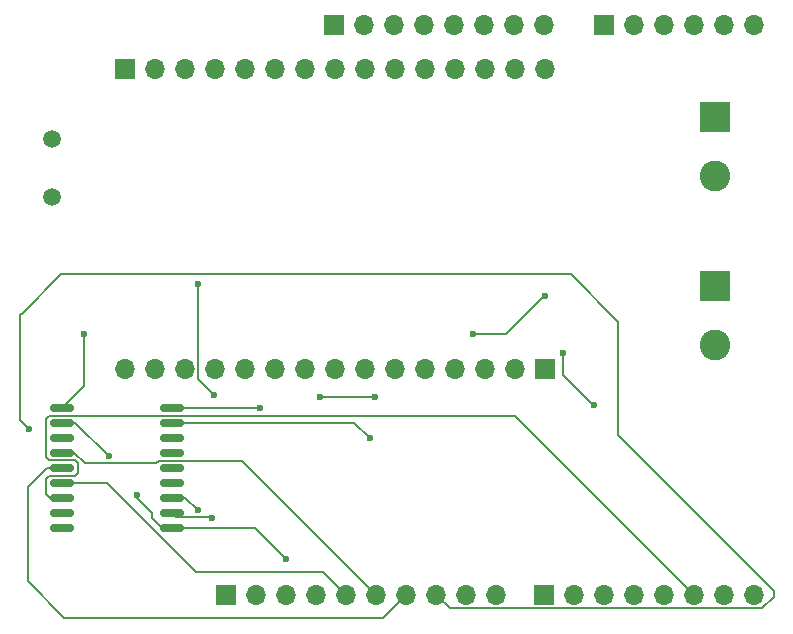
<source format=gbr>
%TF.GenerationSoftware,KiCad,Pcbnew,8.0.2-1*%
%TF.CreationDate,2024-05-16T23:29:46-04:00*%
%TF.ProjectId,ORA_Arduino_ESP_CAN_Shield_Rev_1.1,4f52415f-4172-4647-9569-6e6f5f455350,rev?*%
%TF.SameCoordinates,Original*%
%TF.FileFunction,Copper,L2,Bot*%
%TF.FilePolarity,Positive*%
%FSLAX46Y46*%
G04 Gerber Fmt 4.6, Leading zero omitted, Abs format (unit mm)*
G04 Created by KiCad (PCBNEW 8.0.2-1) date 2024-05-16 23:29:46*
%MOMM*%
%LPD*%
G01*
G04 APERTURE LIST*
G04 Aperture macros list*
%AMRoundRect*
0 Rectangle with rounded corners*
0 $1 Rounding radius*
0 $2 $3 $4 $5 $6 $7 $8 $9 X,Y pos of 4 corners*
0 Add a 4 corners polygon primitive as box body*
4,1,4,$2,$3,$4,$5,$6,$7,$8,$9,$2,$3,0*
0 Add four circle primitives for the rounded corners*
1,1,$1+$1,$2,$3*
1,1,$1+$1,$4,$5*
1,1,$1+$1,$6,$7*
1,1,$1+$1,$8,$9*
0 Add four rect primitives between the rounded corners*
20,1,$1+$1,$2,$3,$4,$5,0*
20,1,$1+$1,$4,$5,$6,$7,0*
20,1,$1+$1,$6,$7,$8,$9,0*
20,1,$1+$1,$8,$9,$2,$3,0*%
G04 Aperture macros list end*
%TA.AperFunction,ComponentPad*%
%ADD10R,1.700000X1.700000*%
%TD*%
%TA.AperFunction,ComponentPad*%
%ADD11O,1.700000X1.700000*%
%TD*%
%TA.AperFunction,SMDPad,CuDef*%
%ADD12RoundRect,0.150000X0.875000X0.150000X-0.875000X0.150000X-0.875000X-0.150000X0.875000X-0.150000X0*%
%TD*%
%TA.AperFunction,ComponentPad*%
%ADD13R,2.600000X2.600000*%
%TD*%
%TA.AperFunction,ComponentPad*%
%ADD14C,2.600000*%
%TD*%
%TA.AperFunction,ComponentPad*%
%ADD15C,1.500000*%
%TD*%
%TA.AperFunction,ViaPad*%
%ADD16C,0.600000*%
%TD*%
%TA.AperFunction,Conductor*%
%ADD17C,0.200000*%
%TD*%
G04 APERTURE END LIST*
D10*
%TO.P,Digital_1,1,Pin_1*%
%TO.N,SCL*%
X42560000Y-73580000D03*
D11*
%TO.P,Digital_1,2,Pin_2*%
%TO.N,SDA*%
X45100000Y-73580000D03*
%TO.P,Digital_1,3,Pin_3*%
%TO.N,unconnected-(Digital_1-Pin_3-Pad3)*%
X47640000Y-73580000D03*
%TO.P,Digital_1,4,Pin_4*%
%TO.N,GND*%
X50180000Y-73580000D03*
%TO.P,Digital_1,5,Pin_5*%
%TO.N,SCK*%
X52720000Y-73580000D03*
%TO.P,Digital_1,6,Pin_6*%
%TO.N,SO*%
X55260000Y-73580000D03*
%TO.P,Digital_1,7,Pin_7*%
%TO.N,SI*%
X57800000Y-73580000D03*
%TO.P,Digital_1,8,Pin_8*%
%TO.N,CS*%
X60340000Y-73580000D03*
%TO.P,Digital_1,9,Pin_9*%
%TO.N,unconnected-(Digital_1-Pin_9-Pad9)*%
X62880000Y-73580000D03*
%TO.P,Digital_1,10,Pin_10*%
%TO.N,unconnected-(Digital_1-Pin_10-Pad10)*%
X65420000Y-73580000D03*
%TD*%
D10*
%TO.P,Power_1,1,Pin_1*%
%TO.N,unconnected-(Power_1-Pin_1-Pad1)*%
X51715000Y-25320000D03*
D11*
%TO.P,Power_1,2,Pin_2*%
%TO.N,unconnected-(Power_1-Pin_2-Pad2)*%
X54255000Y-25320000D03*
%TO.P,Power_1,3,Pin_3*%
%TO.N,unconnected-(Power_1-Pin_3-Pad3)*%
X56795000Y-25320000D03*
%TO.P,Power_1,4,Pin_4*%
%TO.N,unconnected-(Power_1-Pin_4-Pad4)*%
X59335000Y-25320000D03*
%TO.P,Power_1,5,Pin_5*%
%TO.N,+5V*%
X61875000Y-25320000D03*
%TO.P,Power_1,6,Pin_6*%
%TO.N,GND*%
X64415000Y-25320000D03*
%TO.P,Power_1,7,Pin_7*%
X66955000Y-25320000D03*
%TO.P,Power_1,8,Pin_8*%
%TO.N,unconnected-(Power_1-Pin_8-Pad8)*%
X69495000Y-25320000D03*
%TD*%
D10*
%TO.P,Analog_1,1,Pin_1*%
%TO.N,unconnected-(Analog_1-Pin_1-Pad1)*%
X74570000Y-25310000D03*
D11*
%TO.P,Analog_1,2,Pin_2*%
%TO.N,unconnected-(Analog_1-Pin_2-Pad2)*%
X77110000Y-25310000D03*
%TO.P,Analog_1,3,Pin_3*%
%TO.N,unconnected-(Analog_1-Pin_3-Pad3)*%
X79650000Y-25310000D03*
%TO.P,Analog_1,4,Pin_4*%
%TO.N,unconnected-(Analog_1-Pin_4-Pad4)*%
X82190000Y-25310000D03*
%TO.P,Analog_1,5,Pin_5*%
%TO.N,unconnected-(Analog_1-Pin_5-Pad5)*%
X84730000Y-25310000D03*
%TO.P,Analog_1,6,Pin_6*%
%TO.N,unconnected-(Analog_1-Pin_6-Pad6)*%
X87270000Y-25310000D03*
%TD*%
D10*
%TO.P,Digital_2,1,Pin_1*%
%TO.N,unconnected-(Digital_2-Pin_1-Pad1)*%
X69490000Y-73580000D03*
D11*
%TO.P,Digital_2,2,Pin_2*%
%TO.N,unconnected-(Digital_2-Pin_2-Pad2)*%
X72030000Y-73580000D03*
%TO.P,Digital_2,3,Pin_3*%
%TO.N,unconnected-(Digital_2-Pin_3-Pad3)*%
X74570000Y-73580000D03*
%TO.P,Digital_2,4,Pin_4*%
%TO.N,unconnected-(Digital_2-Pin_4-Pad4)*%
X77110000Y-73580000D03*
%TO.P,Digital_2,5,Pin_5*%
%TO.N,unconnected-(Digital_2-Pin_5-Pad5)*%
X79650000Y-73580000D03*
%TO.P,Digital_2,6,Pin_6*%
%TO.N,INT*%
X82190000Y-73580000D03*
%TO.P,Digital_2,7,Pin_7*%
%TO.N,unconnected-(Digital_2-Pin_7-Pad7)*%
X84730000Y-73580000D03*
%TO.P,Digital_2,8,Pin_8*%
%TO.N,unconnected-(Digital_2-Pin_8-Pad8)*%
X87270000Y-73580000D03*
%TD*%
D12*
%TO.P,U2,1,TXCAN*%
%TO.N,Net-(U2-TXCAN)*%
X37975000Y-57730000D03*
%TO.P,U2,2,RXCAN*%
%TO.N,Net-(U2-RXCAN)*%
X37975000Y-59000000D03*
%TO.P,U2,3,CLKOUT/SOF*%
%TO.N,unconnected-(U2-CLKOUT{slash}SOF-Pad3)*%
X37975000Y-60270000D03*
%TO.P,U2,4,~{TX0RTS}*%
%TO.N,unconnected-(U2-~{TX0RTS}-Pad4)*%
X37975000Y-61540000D03*
%TO.P,U2,5,~{TX1RTS}*%
%TO.N,unconnected-(U2-~{TX1RTS}-Pad5)*%
X37975000Y-62810000D03*
%TO.P,U2,6,~{TX2RTS}*%
%TO.N,unconnected-(U2-~{TX2RTS}-Pad6)*%
X37975000Y-64080000D03*
%TO.P,U2,7,OSC2*%
%TO.N,Net-(U2-OSC2)*%
X37975000Y-65350000D03*
%TO.P,U2,8,OSC1*%
%TO.N,Net-(U2-OSC1)*%
X37975000Y-66620000D03*
%TO.P,U2,9,VSS*%
%TO.N,GND*%
X37975000Y-67890000D03*
%TO.P,U2,10,~{RX1BF}*%
%TO.N,unconnected-(U2-~{RX1BF}-Pad10)*%
X28675000Y-67890000D03*
%TO.P,U2,11,~{RX0BF}*%
%TO.N,unconnected-(U2-~{RX0BF}-Pad11)*%
X28675000Y-66620000D03*
%TO.P,U2,12,~{INT}*%
%TO.N,INT*%
X28675000Y-65350000D03*
%TO.P,U2,13,SCK*%
%TO.N,SCK*%
X28675000Y-64080000D03*
%TO.P,U2,14,SI*%
%TO.N,SI*%
X28675000Y-62810000D03*
%TO.P,U2,15,SO*%
%TO.N,SO*%
X28675000Y-61540000D03*
%TO.P,U2,16,~{CS}*%
%TO.N,CS*%
X28675000Y-60270000D03*
%TO.P,U2,17,~{RESET}*%
%TO.N,Net-(U2-~{RESET})*%
X28675000Y-59000000D03*
%TO.P,U2,18,VDD*%
%TO.N,+5V*%
X28675000Y-57730000D03*
%TD*%
D10*
%TO.P,EN_1,1,Pin_1*%
%TO.N,+5V*%
X69530000Y-54460000D03*
D11*
%TO.P,EN_1,2,Pin_2*%
%TO.N,GND*%
X66990000Y-54460000D03*
%TO.P,EN_1,3,Pin_3*%
%TO.N,unconnected-(EN_1-Pin_3-Pad3)*%
X64450000Y-54460000D03*
%TO.P,EN_1,4,Pin_4*%
%TO.N,unconnected-(EN_1-Pin_4-Pad4)*%
X61910000Y-54460000D03*
%TO.P,EN_1,5,Pin_5*%
%TO.N,unconnected-(EN_1-Pin_5-Pad5)*%
X59370000Y-54460000D03*
%TO.P,EN_1,6,Pin_6*%
%TO.N,unconnected-(EN_1-Pin_6-Pad6)*%
X56830000Y-54460000D03*
%TO.P,EN_1,7,Pin_7*%
%TO.N,unconnected-(EN_1-Pin_7-Pad7)*%
X54290000Y-54460000D03*
%TO.P,EN_1,8,Pin_8*%
%TO.N,unconnected-(EN_1-Pin_8-Pad8)*%
X51750000Y-54460000D03*
%TO.P,EN_1,9,Pin_9*%
%TO.N,unconnected-(EN_1-Pin_9-Pad9)*%
X49210000Y-54460000D03*
%TO.P,EN_1,10,Pin_10*%
%TO.N,unconnected-(EN_1-Pin_10-Pad10)*%
X46670000Y-54460000D03*
%TO.P,EN_1,11,Pin_11*%
%TO.N,unconnected-(EN_1-Pin_11-Pad11)*%
X44130000Y-54460000D03*
%TO.P,EN_1,12,Pin_12*%
%TO.N,unconnected-(EN_1-Pin_12-Pad12)*%
X41590000Y-54460000D03*
%TO.P,EN_1,13,Pin_13*%
%TO.N,unconnected-(EN_1-Pin_13-Pad13)*%
X39050000Y-54460000D03*
%TO.P,EN_1,14,Pin_14*%
%TO.N,unconnected-(EN_1-Pin_14-Pad14)*%
X36510000Y-54460000D03*
%TO.P,EN_1,15,Pin_15*%
%TO.N,unconnected-(EN_1-Pin_15-Pad15)*%
X33970000Y-54460000D03*
%TD*%
D13*
%TO.P,J1,1,Pin_1*%
%TO.N,CAN_L*%
X83990000Y-47420000D03*
D14*
%TO.P,J1,2,Pin_2*%
%TO.N,CAN_H*%
X83990000Y-52420000D03*
%TD*%
D13*
%TO.P,J2,1,Pin_1*%
%TO.N,CAN_L*%
X83940000Y-33110000D03*
D14*
%TO.P,J2,2,Pin_2*%
%TO.N,CAN_H*%
X83940000Y-38110000D03*
%TD*%
D10*
%TO.P,BOOT_1,1,Pin_1*%
%TO.N,unconnected-(BOOT_1-Pin_1-Pad1)*%
X33970000Y-29060000D03*
D11*
%TO.P,BOOT_1,2,Pin_2*%
%TO.N,SCL*%
X36510000Y-29060000D03*
%TO.P,BOOT_1,3,Pin_3*%
%TO.N,unconnected-(BOOT_1-Pin_3-Pad3)*%
X39050000Y-29060000D03*
%TO.P,BOOT_1,4,Pin_4*%
%TO.N,unconnected-(BOOT_1-Pin_4-Pad4)*%
X41590000Y-29060000D03*
%TO.P,BOOT_1,5,Pin_5*%
%TO.N,SDA*%
X44130000Y-29060000D03*
%TO.P,BOOT_1,6,Pin_6*%
%TO.N,unconnected-(BOOT_1-Pin_6-Pad6)*%
X46670000Y-29060000D03*
%TO.P,BOOT_1,7,Pin_7*%
%TO.N,unconnected-(BOOT_1-Pin_7-Pad7)*%
X49210000Y-29060000D03*
%TO.P,BOOT_1,8,Pin_8*%
%TO.N,unconnected-(BOOT_1-Pin_8-Pad8)*%
X51750000Y-29060000D03*
%TO.P,BOOT_1,9,Pin_9*%
%TO.N,unconnected-(BOOT_1-Pin_9-Pad9)*%
X54290000Y-29060000D03*
%TO.P,BOOT_1,10,Pin_10*%
%TO.N,unconnected-(BOOT_1-Pin_10-Pad10)*%
X56830000Y-29060000D03*
%TO.P,BOOT_1,11,Pin_11*%
%TO.N,unconnected-(BOOT_1-Pin_11-Pad11)*%
X59370000Y-29060000D03*
%TO.P,BOOT_1,12,Pin_12*%
%TO.N,unconnected-(BOOT_1-Pin_12-Pad12)*%
X61910000Y-29060000D03*
%TO.P,BOOT_1,13,Pin_13*%
%TO.N,unconnected-(BOOT_1-Pin_13-Pad13)*%
X64450000Y-29060000D03*
%TO.P,BOOT_1,14,Pin_14*%
%TO.N,unconnected-(BOOT_1-Pin_14-Pad14)*%
X66990000Y-29060000D03*
%TO.P,BOOT_1,15,Pin_15*%
%TO.N,unconnected-(BOOT_1-Pin_15-Pad15)*%
X69530000Y-29060000D03*
%TD*%
D15*
%TO.P,Y1,1,1*%
%TO.N,Net-(U2-OSC1)*%
X27865000Y-39870000D03*
%TO.P,Y1,2,2*%
%TO.N,Net-(U2-OSC2)*%
X27865000Y-34990000D03*
%TD*%
D16*
%TO.N,Net-(U2-OSC2)*%
X40165000Y-66410000D03*
%TO.N,Net-(U2-OSC1)*%
X40225000Y-47240000D03*
X41365000Y-67040000D03*
X41585000Y-56650000D03*
%TO.N,+5V*%
X30560000Y-51480000D03*
%TO.N,GND*%
X69540000Y-48270000D03*
X55135000Y-56860000D03*
X50505000Y-56840000D03*
X47665000Y-70530000D03*
X63440000Y-51480000D03*
X35035000Y-65090000D03*
%TO.N,CS*%
X28675000Y-60290000D03*
X25855000Y-59530000D03*
%TO.N,CAN_L*%
X73705000Y-57520000D03*
X71115000Y-53110000D03*
%TO.N,Net-(U2-~{RESET})*%
X32625000Y-61820000D03*
%TO.N,Net-(U2-RXCAN)*%
X54775000Y-60330000D03*
%TO.N,Net-(U2-TXCAN)*%
X45415000Y-57780000D03*
%TD*%
D17*
%TO.N,Net-(U2-OSC2)*%
X37975000Y-65350000D02*
X39105000Y-65350000D01*
X39105000Y-65350000D02*
X40165000Y-66410000D01*
%TO.N,Net-(U2-OSC1)*%
X40225000Y-47240000D02*
X40245000Y-47240000D01*
X40245000Y-47240000D02*
X40185000Y-47300000D01*
X41315000Y-67040000D02*
X41365000Y-67040000D01*
X41365000Y-67040000D02*
X41365000Y-67090000D01*
X40225000Y-55290000D02*
X41585000Y-56650000D01*
X40225000Y-47240000D02*
X40225000Y-55290000D01*
X41365000Y-67090000D02*
X41305000Y-67030000D01*
X38365000Y-67010000D02*
X41285000Y-67010000D01*
X41285000Y-67010000D02*
X41315000Y-67040000D01*
X37975000Y-66620000D02*
X38365000Y-67010000D01*
%TO.N,+5V*%
X28675000Y-57730000D02*
X30540000Y-55865000D01*
X30560000Y-51480000D02*
X30540000Y-51550000D01*
X30540000Y-55865000D02*
X30560000Y-51480000D01*
%TO.N,SO*%
X43910000Y-62210000D02*
X55280000Y-73580000D01*
X30616238Y-62450000D02*
X36669448Y-62450000D01*
X36669448Y-62450000D02*
X36909448Y-62210000D01*
X36909448Y-62210000D02*
X43910000Y-62210000D01*
X29706238Y-61540000D02*
X30616238Y-62450000D01*
X28675000Y-61540000D02*
X29706238Y-61540000D01*
%TO.N,GND*%
X63440000Y-51480000D02*
X66290000Y-51480000D01*
X66290000Y-51480000D02*
X69500000Y-48270000D01*
X69540000Y-48230000D02*
X69470000Y-48300000D01*
X47665000Y-70530000D02*
X47685000Y-70550000D01*
X45025000Y-67890000D02*
X47665000Y-70530000D01*
X55135000Y-56860000D02*
X55155000Y-56840000D01*
X69500000Y-48270000D02*
X69540000Y-48270000D01*
X35035000Y-65345552D02*
X36295000Y-66605552D01*
X37975000Y-67890000D02*
X45025000Y-67890000D01*
X37145000Y-67890000D02*
X37975000Y-67890000D01*
X35035000Y-65090000D02*
X35035000Y-65345552D01*
X69540000Y-48270000D02*
X69540000Y-48230000D01*
X36295000Y-66605552D02*
X36295000Y-67040000D01*
X50505000Y-56840000D02*
X55135000Y-56860000D01*
X36295000Y-67040000D02*
X37145000Y-67890000D01*
X55155000Y-56840000D02*
X55175000Y-56820000D01*
%TO.N,SI*%
X55870000Y-75510000D02*
X57800000Y-73580000D01*
X25785000Y-64430000D02*
X25785000Y-72420000D01*
X28675000Y-62810000D02*
X27405000Y-62810000D01*
X25785000Y-72420000D02*
X28875000Y-75510000D01*
X28875000Y-75510000D02*
X55870000Y-75510000D01*
X27405000Y-62810000D02*
X25785000Y-64430000D01*
%TO.N,SCK*%
X28675000Y-64080000D02*
X32499448Y-64080000D01*
X40049448Y-71630000D02*
X50790000Y-71630000D01*
X32499448Y-64080000D02*
X40049448Y-71630000D01*
X50790000Y-71630000D02*
X52740000Y-73580000D01*
%TO.N,CS*%
X71765000Y-46450000D02*
X75775000Y-50460000D01*
X88915000Y-73220000D02*
X88915000Y-73726346D01*
X25855000Y-59530000D02*
X25835000Y-59470000D01*
X25125000Y-58740000D02*
X25125000Y-49760000D01*
X25855000Y-59530000D02*
X25835000Y-59450000D01*
X61490000Y-74730000D02*
X60340000Y-73580000D01*
X87911346Y-74730000D02*
X61490000Y-74730000D01*
X25125000Y-49760000D02*
X25285000Y-49760000D01*
X28595000Y-46450000D02*
X71765000Y-46450000D01*
X25835000Y-59450000D02*
X25125000Y-58740000D01*
X25285000Y-49760000D02*
X28595000Y-46450000D01*
X75775000Y-60080000D02*
X88915000Y-73220000D01*
X75775000Y-50460000D02*
X75775000Y-60080000D01*
X88915000Y-73726346D02*
X87911346Y-74730000D01*
%TO.N,INT*%
X30000000Y-63220552D02*
X30000000Y-62399448D01*
X27609448Y-58400000D02*
X67010000Y-58400000D01*
X67010000Y-58400000D02*
X82190000Y-73580000D01*
X27650001Y-65350000D02*
X27350000Y-65049999D01*
X29740552Y-63480000D02*
X30000000Y-63220552D01*
X28675000Y-65350000D02*
X27650001Y-65350000D01*
X29740552Y-62140000D02*
X27609448Y-62140000D01*
X30000000Y-62399448D02*
X29740552Y-62140000D01*
X27609448Y-63480000D02*
X29740552Y-63480000D01*
X27609448Y-62140000D02*
X27350000Y-61880552D01*
X27350000Y-58659448D02*
X27609448Y-58400000D01*
X27350000Y-65049999D02*
X27350000Y-63739448D01*
X27350000Y-61880552D02*
X27350000Y-58659448D01*
X27350000Y-63739448D02*
X27609448Y-63480000D01*
%TO.N,CAN_L*%
X71115000Y-53110000D02*
X71115000Y-54970000D01*
X73665000Y-57520000D02*
X73705000Y-57520000D01*
X71115000Y-54970000D02*
X73665000Y-57520000D01*
X73705000Y-57560000D02*
X73675000Y-57530000D01*
X73705000Y-57520000D02*
X73705000Y-57560000D01*
%TO.N,Net-(U2-~{RESET})*%
X29805000Y-59000000D02*
X32625000Y-61820000D01*
X28675000Y-59000000D02*
X29805000Y-59000000D01*
%TO.N,Net-(U2-RXCAN)*%
X54765000Y-60330000D02*
X53435000Y-59000000D01*
X53435000Y-59000000D02*
X37975000Y-59000000D01*
X54775000Y-60330000D02*
X54765000Y-60330000D01*
%TO.N,Net-(U2-TXCAN)*%
X45365000Y-57730000D02*
X37975000Y-57730000D01*
X45415000Y-57780000D02*
X45365000Y-57730000D01*
%TD*%
M02*

</source>
